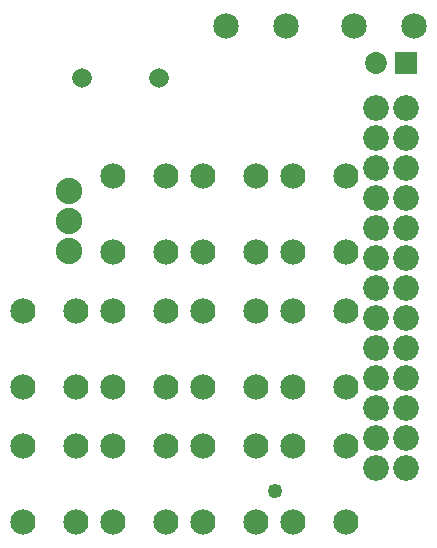
<source format=gts>
G04 MADE WITH FRITZING*
G04 WWW.FRITZING.ORG*
G04 DOUBLE SIDED*
G04 HOLES PLATED*
G04 CONTOUR ON CENTER OF CONTOUR VECTOR*
%ASAXBY*%
%FSLAX23Y23*%
%MOIN*%
%OFA0B0*%
%SFA1.0B1.0*%
%ADD10C,0.065433*%
%ADD11C,0.049370*%
%ADD12C,0.072992*%
%ADD13C,0.085000*%
%ADD14C,0.088000*%
%ADD15C,0.085722*%
%ADD16C,0.085695*%
%ADD17C,0.084000*%
%ADD18R,0.072992X0.072992*%
%LNMASK1*%
G90*
G70*
G54D10*
X243Y1529D03*
X499Y1529D03*
X243Y1529D03*
X499Y1529D03*
G54D11*
X885Y154D03*
G54D12*
X1322Y1579D03*
X1224Y1579D03*
G54D13*
X1349Y1704D03*
X1149Y1704D03*
G54D14*
X199Y1154D03*
X199Y1054D03*
X199Y954D03*
G54D15*
X1324Y1429D03*
G54D16*
X1324Y1329D03*
X1324Y1229D03*
X1324Y1129D03*
X1324Y1029D03*
G54D15*
X1324Y929D03*
X1324Y829D03*
G54D16*
X1324Y729D03*
X1324Y629D03*
X1324Y529D03*
X1324Y429D03*
G54D15*
X1324Y329D03*
G54D16*
X1324Y229D03*
G54D15*
X1224Y1429D03*
X1224Y1330D03*
G54D16*
X1224Y1229D03*
X1224Y1129D03*
X1224Y1029D03*
G54D15*
X1224Y929D03*
G54D16*
X1224Y829D03*
X1224Y729D03*
X1224Y629D03*
X1224Y529D03*
X1224Y429D03*
G54D15*
X1224Y329D03*
G54D16*
X1224Y229D03*
G54D17*
X224Y754D03*
X224Y498D03*
X46Y754D03*
X46Y498D03*
X224Y754D03*
X224Y498D03*
X46Y754D03*
X46Y498D03*
X224Y304D03*
X224Y48D03*
X46Y304D03*
X46Y48D03*
X224Y304D03*
X224Y48D03*
X46Y304D03*
X46Y48D03*
X524Y304D03*
X524Y48D03*
X346Y304D03*
X346Y48D03*
X524Y304D03*
X524Y48D03*
X346Y304D03*
X346Y48D03*
X524Y754D03*
X524Y498D03*
X346Y754D03*
X346Y498D03*
X524Y754D03*
X524Y498D03*
X346Y754D03*
X346Y498D03*
X524Y1204D03*
X524Y948D03*
X346Y1204D03*
X346Y948D03*
X524Y1204D03*
X524Y948D03*
X346Y1204D03*
X346Y948D03*
X824Y304D03*
X824Y48D03*
X646Y304D03*
X646Y48D03*
X824Y304D03*
X824Y48D03*
X646Y304D03*
X646Y48D03*
X824Y754D03*
X824Y498D03*
X646Y754D03*
X646Y498D03*
X824Y754D03*
X824Y498D03*
X646Y754D03*
X646Y498D03*
X824Y1204D03*
X824Y948D03*
X646Y1204D03*
X646Y948D03*
X824Y1204D03*
X824Y948D03*
X646Y1204D03*
X646Y948D03*
X1124Y304D03*
X1124Y48D03*
X946Y304D03*
X946Y48D03*
X1124Y304D03*
X1124Y48D03*
X946Y304D03*
X946Y48D03*
X1124Y754D03*
X1124Y498D03*
X946Y754D03*
X946Y498D03*
X1124Y754D03*
X1124Y498D03*
X946Y754D03*
X946Y498D03*
X1124Y1204D03*
X1124Y948D03*
X946Y1204D03*
X946Y948D03*
X1124Y1204D03*
X1124Y948D03*
X946Y1204D03*
X946Y948D03*
G54D13*
X924Y1704D03*
X724Y1704D03*
G54D18*
X1322Y1579D03*
G04 End of Mask1*
M02*
</source>
